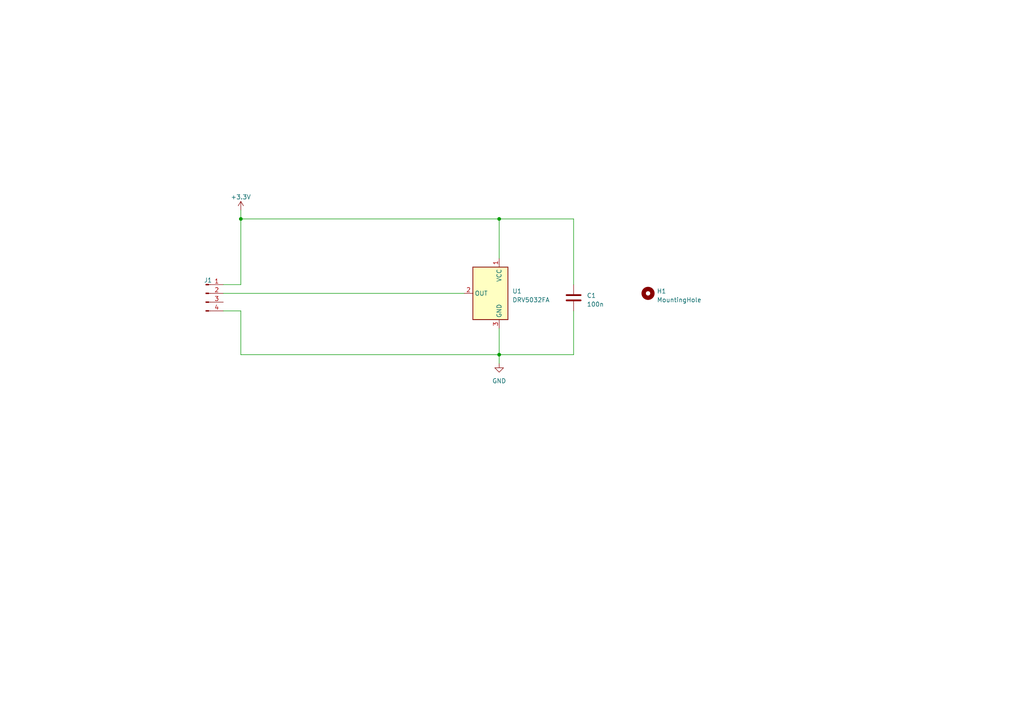
<source format=kicad_sch>
(kicad_sch (version 20230121) (generator eeschema)
  (paper "A4")
  (lib_symbols
    (symbol "Connector:Conn_01x04_Pin" (pin_names (offset 1.016) hide)
      (property "Reference" "J" (at 0 5.08 0))
      (property "Value" "Conn_01x04_Pin" (at 0 -7.62 0))
      (symbol "Conn_01x04_Pin_1_1"
        (polyline (pts (xy 1.27 -5.08) (xy 0.8636 -5.08)) (stroke (width 0.1524)))
        (polyline (pts (xy 1.27 -2.54) (xy 0.8636 -2.54)) (stroke (width 0.1524)))
        (polyline (pts (xy 1.27 0) (xy 0.8636 0)) (stroke (width 0.1524)))
        (polyline (pts (xy 1.27 2.54) (xy 0.8636 2.54)) (stroke (width 0.1524)))
        (rectangle (start 0.8636 -4.953) (end 0 -5.207) (stroke (width 0.1524)) (fill (type outline)))
        (rectangle (start 0.8636 -2.413) (end 0 -2.667) (stroke (width 0.1524)) (fill (type outline)))
        (rectangle (start 0.8636 0.127) (end 0 -0.127) (stroke (width 0.1524)) (fill (type outline)))
        (rectangle (start 0.8636 2.667) (end 0 2.413) (stroke (width 0.1524)) (fill (type outline)))
        (pin passive line (at 5.08 2.54 180) (length 3.81) (name "Pin_1") (number "1"))
        (pin passive line (at 5.08 0 180) (length 3.81) (name "Pin_2") (number "2"))
        (pin passive line (at 5.08 -2.54 180) (length 3.81) (name "Pin_3") (number "3"))
        (pin passive line (at 5.08 -5.08 180) (length 3.81) (name "Pin_4") (number "4"))
      )
    )
    (symbol "Device:C" (pin_numbers hide) (pin_names (offset 0.254))
      (property "Reference" "C" (at 0.635 2.54 0))
      (property "Value" "C" (at 0.635 -2.54 0))
      (symbol "C_0_1"
        (polyline (pts (xy -2.032 -0.762) (xy 2.032 -0.762)) (stroke (width 0.508)))
        (polyline (pts (xy -2.032 0.762) (xy 2.032 0.762)) (stroke (width 0.508)))
      )
      (symbol "C_1_1"
        (pin passive line (at 0 3.81 270) (length 2.794) (name "~") (number "1"))
        (pin passive line (at 0 -3.81 90) (length 2.794) (name "~") (number "2"))
      )
    )
    (symbol "Mechanical:MountingHole" (pin_names (offset 1.016))
      (property "Reference" "H" (at 0 5.08 0))
      (property "Value" "MountingHole" (at 0 3.175 0))
      (symbol "MountingHole_0_1"
        (circle (center 0 0) (radius 1.27) (stroke (width 1.27)))
      )
    )
    (symbol "Sensor_Magnetic:DRV5033FAxDBZ"
      (property "Reference" "U" (at 2.54 12.7 0))
      (property "Value" "DRV5033FAxDBZ" (at 2.54 10.16 0))
      (symbol "DRV5033FAxDBZ_1_1"
        (rectangle (start -5.08 7.62) (end 5.08 -7.62) (stroke (width 0.254)) (fill (type background)))
        (pin power_in line (at -2.54 10.16 270) (length 2.54) (name "VCC") (number "1"))
        (pin output line (at 7.62 0 180) (length 2.54) (name "OUT") (number "2"))
        (pin power_in line (at -2.54 -10.16 90) (length 2.54) (name "GND") (number "3"))
      )
    )
    (symbol "power:+3.3V" (power) (pin_names (offset 0))
      (property "Value" "+3.3V" (at 0 3.556 0))
      (symbol "+3.3V_0_1"
        (polyline (pts (xy -0.762 1.27) (xy 0 2.54)))
        (polyline (pts (xy 0 0) (xy 0 2.54)))
        (polyline (pts (xy 0 2.54) (xy 0.762 1.27)))
      )
      (symbol "+3.3V_1_1"
        (pin power_in line (at 0 0 90) (length 0) hide (name "+3.3V") (number "1"))
      )
    )
    (symbol "power:GND" (power) (pin_names (offset 0))
      (property "Value" "GND" (at 0 -3.81 0))
      (symbol "GND_0_1"
        (polyline (pts (xy 0 0) (xy 0 -1.27) (xy 1.27 -1.27) (xy 0 -2.54) (xy -1.27 -1.27) (xy 0 -1.27)))
      )
      (symbol "GND_1_1"
        (pin power_in line (at 0 0 270) (length 0) hide (name "GND") (number "1"))
      )
    )
  )
  (junction (at 144.78 63.5))
  (junction (at 69.85 63.5))
  (junction (at 144.78 102.87))
  (wire (pts (xy 166.37 90.17) (xy 166.37 102.87)))
  (wire (pts (xy 69.85 90.17) (xy 69.85 102.87)))
  (wire (pts (xy 166.37 63.5) (xy 166.37 82.55)))
  (wire (pts (xy 69.85 63.5) (xy 144.78 63.5)))
  (wire (pts (xy 64.77 85.09) (xy 134.62 85.09)))
  (wire (pts (xy 69.85 82.55) (xy 69.85 63.5)))
  (wire (pts (xy 64.77 82.55) (xy 69.85 82.55)))
  (wire (pts (xy 166.37 102.87) (xy 144.78 102.87)))
  (wire (pts (xy 64.77 90.17) (xy 69.85 90.17)))
  (wire (pts (xy 144.78 74.93) (xy 144.78 63.5)))
  (wire (pts (xy 69.85 102.87) (xy 144.78 102.87)))
  (wire (pts (xy 144.78 63.5) (xy 166.37 63.5)))
  (wire (pts (xy 144.78 102.87) (xy 144.78 105.41)))
  (wire (pts (xy 69.85 60.96) (xy 69.85 63.5)))
  (wire (pts (xy 144.78 95.25) (xy 144.78 102.87)))
  (symbol (lib_id "Mechanical:MountingHole") (at 187.96 85.09 0) (unit 1)
    (property "Reference" "H1" (at 190.5 84.455 0) (effects (justify left)))
    (property "Value" "MountingHole" (at 190.5 86.995 0) (effects (justify left)))
  )
  (symbol (lib_id "power:GND") (at 144.78 105.41 0) (unit 1)
    (property "Reference" "#PWR01" (effects hide))
    (property "Value" "GND" (at 144.78 110.49 0))
  )
  (symbol (lib_id "Connector:Conn_01x04_Pin") (at 59.69 85.09 0) (unit 1)
    (property "Reference" "J1" (at 60.325 81.28 0))
    (property "Value" "Conn_01x04_Pin" (effects hide))
    (property "Footprint" "Connector_PinHeader_2.00mm:PinHeader_1x04_P2.00mm_Horizontal" (effects hide))
  )
  (symbol (lib_id "power:+3.3V") (at 69.85 60.96 0) (unit 1)
    (property "Reference" "#PWR02" (effects hide))
    (property "Value" "+3.3V" (at 69.85 57.15 0))
  )
  (symbol (lib_id "Device:C") (at 166.37 86.36 0) (unit 1)
    (property "Reference" "C1" (at 170.18 85.725 0) (effects (justify left)))
    (property "Value" "100n" (at 170.18 88.265 0) (effects (justify left)))
    (property "Footprint" "Capacitor_SMD:C_0805_2012Metric_Pad1.18x1.45mm_HandSolder" (effects hide))
  )
  (symbol (lib_id "Sensor_Magnetic:DRV5033FAxDBZ") (at 142.24 85.09 0) (mirror y) (unit 1)
    (property "Reference" "U1" (at 148.59 84.455 0) (effects (justify right)))
    (property "Value" "DRV5032FA" (at 148.59 86.995 0) (effects (justify right)))
    (property "Footprint" "Package_TO_SOT_SMD:SOT-23" (effects hide))
    (property "Datasheet" "https://www.ti.com/lit/ds/symlink/drv5033.pdf" (effects hide))
  )
)
</source>
